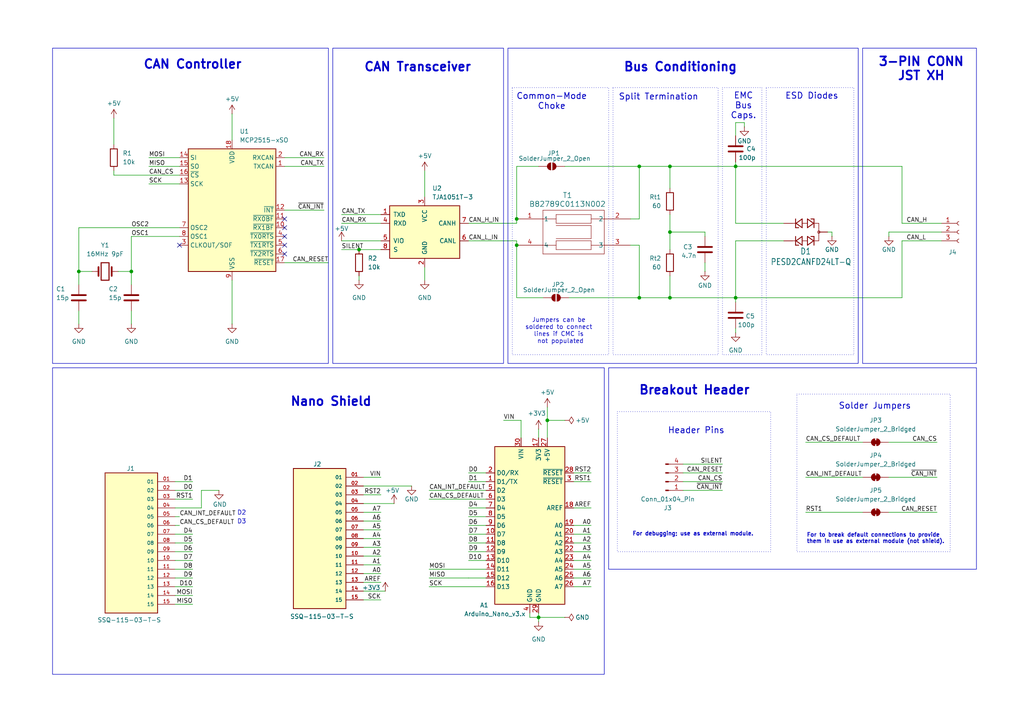
<source format=kicad_sch>
(kicad_sch (version 20250114) (generator "eeschema") (generator_version "9.0")
  (paper "A4")
  (lib_symbols
    (symbol "Connector:Conn_01x03_Socket" (pin_names (offset 1.016) (hide yes))
      (property "Reference" "J" (at 0 5.08 0))
      (property "Value" "Conn_01x03_Socket" (at 0 -5.08 0))
      (symbol "Conn_01x03_Socket_1_1"
        (polyline (pts (xy -1.27 2.54) (xy -0.508 2.54)) (stroke (width 0.1524)))
        (polyline (pts (xy -1.27 0) (xy -0.508 0)) (stroke (width 0.1524)))
        (polyline (pts (xy -1.27 -2.54) (xy -0.508 -2.54)) (stroke (width 0.1524)))
        (arc (start 0 2.032) (mid -0.5058 2.54) (end 0 3.048) (stroke (width 0.1524)))
        (arc (start 0 -0.508) (mid -0.5058 0) (end 0 0.508) (stroke (width 0.1524)))
        (arc (start 0 -3.048) (mid -0.5058 -2.54) (end 0 -2.032) (stroke (width 0.1524)))
        (pin passive line (at -5.08 2.54 0) (length 3.81) (name "Pin_1") (number "1"))
        (pin passive line (at -5.08 0 0) (length 3.81) (name "Pin_2") (number "2"))
        (pin passive line (at -5.08 -2.54 0) (length 3.81) (name "Pin_3") (number "3"))
      )
    )
    (symbol "Connector:Conn_01x04_Pin" (pin_names (offset 1.016) (hide yes))
      (property "Reference" "J" (at 0 5.08 0))
      (property "Value" "Conn_01x04_Pin" (at 0 -7.62 0))
      (symbol "Conn_01x04_Pin_1_1"
        (rectangle (start 0.8636 2.667) (end 0 2.413) (stroke (width 0.1524)) (fill (type outline)))
        (rectangle (start 0.8636 0.127) (end 0 -0.127) (stroke (width 0.1524)) (fill (type outline)))
        (rectangle (start 0.8636 -2.413) (end 0 -2.667) (stroke (width 0.1524)) (fill (type outline)))
        (rectangle (start 0.8636 -4.953) (end 0 -5.207) (stroke (width 0.1524)) (fill (type outline)))
        (polyline (pts (xy 1.27 2.54) (xy 0.8636 2.54)) (stroke (width 0.1524)))
        (polyline (pts (xy 1.27 0) (xy 0.8636 0)) (stroke (width 0.1524)))
        (polyline (pts (xy 1.27 -2.54) (xy 0.8636 -2.54)) (stroke (width 0.1524)))
        (polyline (pts (xy 1.27 -5.08) (xy 0.8636 -5.08)) (stroke (width 0.1524)))
        (pin passive line (at 5.08 2.54 180) (length 3.81) (name "Pin_1") (number "1"))
        (pin passive line (at 5.08 0 180) (length 3.81) (name "Pin_2") (number "2"))
        (pin passive line (at 5.08 -2.54 180) (length 3.81) (name "Pin_3") (number "3"))
        (pin passive line (at 5.08 -5.08 180) (length 3.81) (name "Pin_4") (number "4"))
      )
    )
    (symbol "Device:C" (pin_numbers (hide yes)) (pin_names (offset 0.254))
      (property "Reference" "C" (at 0.635 2.54 0))
      (property "Value" "C" (at 0.635 -2.54 0))
      (symbol "C_0_1"
        (polyline (pts (xy -2.032 0.762) (xy 2.032 0.762)) (stroke (width 0.508)))
        (polyline (pts (xy -2.032 -0.762) (xy 2.032 -0.762)) (stroke (width 0.508)))
      )
      (symbol "C_1_1"
        (pin passive line (at 0 3.81 270) (length 2.794) (name "~") (number "1"))
        (pin passive line (at 0 -3.81 90) (length 2.794) (name "~") (number "2"))
      )
    )
    (symbol "Device:Crystal" (pin_numbers (hide yes)) (pin_names (offset 1.016) (hide yes))
      (property "Reference" "Y" (at 0 3.81 0))
      (property "Value" "Crystal" (at 0 -3.81 0))
      (symbol "Crystal_0_1"
        (polyline (pts (xy -2.54 0) (xy -1.905 0)))
        (polyline (pts (xy -1.905 -1.27) (xy -1.905 1.27)) (stroke (width 0.508)))
        (rectangle (start -1.143 2.54) (end 1.143 -2.54) (stroke (width 0.3048)))
        (polyline (pts (xy 1.905 -1.27) (xy 1.905 1.27)) (stroke (width 0.508)))
        (polyline (pts (xy 2.54 0) (xy 1.905 0)))
      )
      (symbol "Crystal_1_1"
        (pin passive line (at -3.81 0 0) (length 1.27) (name "1") (number "1"))
        (pin passive line (at 3.81 0 180) (length 1.27) (name "2") (number "2"))
      )
    )
    (symbol "Device:R" (pin_numbers (hide yes)) (pin_names (offset 0))
      (property "Reference" "R" (at 2.032 0 90))
      (property "Value" "R" (at 0 0 90))
      (symbol "R_0_1"
        (rectangle (start -1.016 -2.54) (end 1.016 2.54) (stroke (width 0.254)))
      )
      (symbol "R_1_1"
        (pin passive line (at 0 3.81 270) (length 1.27) (name "~") (number "1"))
        (pin passive line (at 0 -3.81 90) (length 1.27) (name "~") (number "2"))
      )
    )
    (symbol "Interface_CAN_LIN:MCP2515-xSO"
      (property "Reference" "U" (at -10.16 19.685 0))
      (property "Value" "MCP2515-xSO" (at 19.05 20.32 0))
      (symbol "MCP2515-xSO_0_1"
        (rectangle (start -12.7 17.78) (end 12.7 -17.78) (stroke (width 0.254)) (fill (type background)))
      )
      (symbol "MCP2515-xSO_1_1"
        (pin input line (at -15.24 15.24 0) (length 2.54) (name "SI") (number "14"))
        (pin output line (at -15.24 12.7 0) (length 2.54) (name "SO") (number "15"))
        (pin input line (at -15.24 10.16 0) (length 2.54) (name "~{CS}") (number "16"))
        (pin input line (at -15.24 7.62 0) (length 2.54) (name "SCK") (number "13"))
        (pin output line (at -15.24 -5.08 0) (length 2.54) (name "OSC2") (number "7"))
        (pin input line (at -15.24 -7.62 0) (length 2.54) (name "OSC1") (number "8"))
        (pin output line (at -15.24 -10.16 0) (length 2.54) (name "CLKOUT/SOF") (number "3"))
        (pin power_in line (at 0 20.32 270) (length 2.54) (name "VDD") (number "18"))
        (pin power_in line (at 0 -20.32 90) (length 2.54) (name "VSS") (number "9"))
        (pin input line (at 15.24 15.24 180) (length 2.54) (name "RXCAN") (number "2"))
        (pin output line (at 15.24 12.7 180) (length 2.54) (name "TXCAN") (number "1"))
        (pin output line (at 15.24 0 180) (length 2.54) (name "~{INT}") (number "12"))
        (pin output line (at 15.24 -2.54 180) (length 2.54) (name "~{RX0BF}") (number "11"))
        (pin output line (at 15.24 -5.08 180) (length 2.54) (name "~{RX1BF}") (number "10"))
        (pin input line (at 15.24 -7.62 180) (length 2.54) (name "~{TX0RTS}") (number "4"))
        (pin input line (at 15.24 -10.16 180) (length 2.54) (name "~{TX1RTS}") (number "5"))
        (pin input line (at 15.24 -12.7 180) (length 2.54) (name "~{TX2RTS}") (number "6"))
        (pin input line (at 15.24 -15.24 180) (length 2.54) (name "~{RESET}") (number "17"))
      )
    )
    (symbol "Interface_CAN_LIN:TJA1051T-3" (pin_names (offset 1.016))
      (property "Reference" "U" (at -10.16 8.89 0))
      (property "Value" "TJA1051T-3" (at 1.27 8.89 0))
      (symbol "TJA1051T-3_0_1"
        (rectangle (start -10.16 7.62) (end 10.16 -7.62) (stroke (width 0.254)) (fill (type background)))
      )
      (symbol "TJA1051T-3_1_1"
        (pin input line (at -12.7 5.08 0) (length 2.54) (name "TXD") (number "1"))
        (pin output line (at -12.7 2.54 0) (length 2.54) (name "RXD") (number "4"))
        (pin power_in line (at -12.7 -2.54 0) (length 2.54) (name "VIO") (number "5"))
        (pin input line (at -12.7 -5.08 0) (length 2.54) (name "S") (number "8"))
        (pin power_in line (at 0 10.16 270) (length 2.54) (name "VCC") (number "3"))
        (pin power_in line (at 0 -10.16 90) (length 2.54) (name "GND") (number "2"))
        (pin bidirectional line (at 12.7 2.54 180) (length 2.54) (name "CANH") (number "7"))
        (pin bidirectional line (at 12.7 -2.54 180) (length 2.54) (name "CANL") (number "6"))
      )
    )
    (symbol "Jumper:SolderJumper_2_Bridged" (pin_numbers (hide yes)) (pin_names (offset 0) (hide yes)) (exclude_from_sim yes) (in_bom no)
      (property "Reference" "JP" (at 0 2.032 0))
      (property "Value" "SolderJumper_2_Bridged" (at 0 -2.54 0))
      (symbol "SolderJumper_2_Bridged_0_1"
        (rectangle (start -0.508 0.508) (end 0.508 -0.508) (fill (type outline)))
        (polyline (pts (xy -0.254 1.016) (xy -0.254 -1.016)))
        (arc (start -0.254 -1.016) (mid -1.2656 0) (end -0.254 1.016))
        (arc (start -0.254 -1.016) (mid -1.2656 0) (end -0.254 1.016) (fill (type outline)))
        (arc (start 0.254 1.016) (mid 1.2656 0) (end 0.254 -1.016))
        (arc (start 0.254 1.016) (mid 1.2656 0) (end 0.254 -1.016) (fill (type outline)))
        (polyline (pts (xy 0.254 1.016) (xy 0.254 -1.016)))
      )
      (symbol "SolderJumper_2_Bridged_1_1"
        (pin passive line (at -3.81 0 0) (length 2.54) (name "A") (number "1"))
        (pin passive line (at 3.81 0 180) (length 2.54) (name "B") (number "2"))
      )
    )
    (symbol "Jumper:SolderJumper_2_Open" (pin_numbers (hide yes)) (pin_names (offset 0) (hide yes)) (in_bom no)
      (property "Reference" "JP" (at 0 2.032 0))
      (property "Value" "SolderJumper_2_Open" (at 0 -2.54 0))
      (symbol "SolderJumper_2_Open_0_1"
        (polyline (pts (xy -0.254 1.016) (xy -0.254 -1.016)))
        (arc (start -0.254 -1.016) (mid -1.2656 0) (end -0.254 1.016))
        (arc (start -0.254 -1.016) (mid -1.2656 0) (end -0.254 1.016) (fill (type outline)))
        (arc (start 0.254 1.016) (mid 1.2656 0) (end 0.254 -1.016))
        (arc (start 0.254 1.016) (mid 1.2656 0) (end 0.254 -1.016) (fill (type outline)))
        (polyline (pts (xy 0.254 1.016) (xy 0.254 -1.016)))
      )
      (symbol "SolderJumper_2_Open_1_1"
        (pin passive line (at -3.81 0 0) (length 2.54) (name "A") (number "1"))
        (pin passive line (at 3.81 0 180) (length 2.54) (name "B") (number "2"))
      )
    )
    (symbol "MCU_Module:Arduino_Nano_v3.x"
      (property "Reference" "A" (at -10.16 23.495 0))
      (property "Value" "Arduino_Nano_v3.x" (at 5.08 -24.13 0))
      (symbol "Arduino_Nano_v3.x_0_1"
        (rectangle (start -10.16 22.86) (end 10.16 -22.86) (stroke (width 0.254)) (fill (type background)))
      )
      (symbol "Arduino_Nano_v3.x_1_1"
        (pin bidirectional line (at -12.7 15.24 0) (length 2.54) (name "D0/RX") (number "2"))
        (pin bidirectional line (at -12.7 12.7 0) (length 2.54) (name "D1/TX") (number "1"))
        (pin bidirectional line (at -12.7 10.16 0) (length 2.54) (name "D2") (number "5"))
        (pin bidirectional line (at -12.7 7.62 0) (length 2.54) (name "D3") (number "6"))
        (pin bidirectional line (at -12.7 5.08 0) (length 2.54) (name "D4") (number "7"))
        (pin bidirectional line (at -12.7 2.54 0) (length 2.54) (name "D5") (number "8"))
        (pin bidirectional line (at -12.7 0 0) (length 2.54) (name "D6") (number "9"))
        (pin bidirectional line (at -12.7 -2.54 0) (length 2.54) (name "D7") (number "10"))
        (pin bidirectional line (at -12.7 -5.08 0) (length 2.54) (name "D8") (number "11"))
        (pin bidirectional line (at -12.7 -7.62 0) (length 2.54) (name "D9") (number "12"))
        (pin bidirectional line (at -12.7 -10.16 0) (length 2.54) (name "D10") (number "13"))
        (pin bidirectional line (at -12.7 -12.7 0) (length 2.54) (name "D11") (number "14"))
        (pin bidirectional line (at -12.7 -15.24 0) (length 2.54) (name "D12") (number "15"))
        (pin bidirectional line (at -12.7 -17.78 0) (length 2.54) (name "D13") (number "16"))
        (pin power_in line (at -2.54 25.4 270) (length 2.54) (name "VIN") (number "30"))
        (pin power_in line (at 0 -25.4 90) (length 2.54) (name "GND") (number "4"))
        (pin power_out line (at 2.54 25.4 270) (length 2.54) (name "3V3") (number "17"))
        (pin power_in line (at 2.54 -25.4 90) (length 2.54) (name "GND") (number "29"))
        (pin power_out line (at 5.08 25.4 270) (length 2.54) (name "+5V") (number "27"))
        (pin input line (at 12.7 15.24 180) (length 2.54) (name "~{RESET}") (number "28"))
        (pin input line (at 12.7 12.7 180) (length 2.54) (name "~{RESET}") (number "3"))
        (pin input line (at 12.7 5.08 180) (length 2.54) (name "AREF") (number "18"))
        (pin bidirectional line (at 12.7 0 180) (length 2.54) (name "A0") (number "19"))
        (pin bidirectional line (at 12.7 -2.54 180) (length 2.54) (name "A1") (number "20"))
        (pin bidirectional line (at 12.7 -5.08 180) (length 2.54) (name "A2") (number "21"))
        (pin bidirectional line (at 12.7 -7.62 180) (length 2.54) (name "A3") (number "22"))
        (pin bidirectional line (at 12.7 -10.16 180) (length 2.54) (name "A4") (number "23"))
        (pin bidirectional line (at 12.7 -12.7 180) (length 2.54) (name "A5") (number "24"))
        (pin bidirectional line (at 12.7 -15.24 180) (length 2.54) (name "A6") (number "25"))
        (pin bidirectional line (at 12.7 -17.78 180) (length 2.54) (name "A7") (number "26"))
      )
    )
    (symbol "kml-custom:B82789C0113N002" (pin_names (offset 0.254))
      (property "Reference" "U" (at 20.32 7.62 0))
      (property "Value" "B82789C0113N002" (at 20.32 5.08 0))
      (symbol "B82789C0113N002_0_1"
        (polyline (pts (xy 11.43 2.54) (xy 11.43 -10.16)) (stroke (width 0.127)))
        (polyline (pts (xy 11.43 0) (xy 15.24 0)) (stroke (width 0.127)))
        (polyline (pts (xy 11.43 -7.62) (xy 15.24 -7.62)) (stroke (width 0.127)))
        (polyline (pts (xy 11.43 -10.16) (xy 29.21 -10.16)) (stroke (width 0.127)))
        (polyline (pts (xy 15.24 1.27) (xy 15.24 -1.27)) (stroke (width 0.127)))
        (polyline (pts (xy 15.24 -1.27) (xy 25.4 -1.27)) (stroke (width 0.127)))
        (polyline (pts (xy 15.24 -1.905) (xy 25.4 -1.905)) (stroke (width 0.127)))
        (polyline (pts (xy 15.24 -6.35) (xy 25.4 -6.35)) (stroke (width 0.127)))
        (polyline (pts (xy 15.24 -8.89) (xy 15.24 -6.35)) (stroke (width 0.127)))
        (polyline (pts (xy 25.4 1.27) (xy 15.24 1.27)) (stroke (width 0.127)))
        (polyline (pts (xy 25.4 -1.27) (xy 25.4 1.27)) (stroke (width 0.127)))
        (polyline (pts (xy 25.4 -1.905) (xy 25.4 -5.715)) (stroke (width 0.127)))
        (polyline (pts (xy 25.4 -5.715) (xy 15.24 -5.715)) (stroke (width 0.127)))
        (polyline (pts (xy 25.4 -6.35) (xy 25.4 -8.89)) (stroke (width 0.127)))
        (polyline (pts (xy 25.4 -8.89) (xy 15.24 -8.89)) (stroke (width 0.127)))
        (polyline (pts (xy 29.21 2.54) (xy 11.43 2.54)) (stroke (width 0.127)))
        (polyline (pts (xy 29.21 0) (xy 25.4 0)) (stroke (width 0.127)))
        (polyline (pts (xy 29.21 -7.62) (xy 25.4 -7.62)) (stroke (width 0.127)))
        (polyline (pts (xy 29.21 -10.16) (xy 29.21 2.54)) (stroke (width 0.127)))
        (pin unspecified line (at 3.81 0 0) (length 7.62) (name "1") (number "1"))
        (pin unspecified line (at 3.81 -7.62 0) (length 7.62) (name "4") (number "4"))
        (pin unspecified line (at 36.83 0 180) (length 7.62) (name "2") (number "2"))
        (pin unspecified line (at 36.83 -7.62 180) (length 7.62) (name "3") (number "3"))
      )
    )
    (symbol "kml-custom:PESD2CANFD24LT-Q"
      (property "Reference" "D1" (at -5.08 5.08 0))
      (property "Value" "PESD2CANFD24LT-Q" (at -5.08 -7.62 0))
      (symbol "PESD2CANFD24LT-Q_1_0"
        (polyline (pts (xy -4.191 1.27) (xy -4.191 3.81)) (stroke (width 0.254)))
        (polyline (pts (xy -4.191 1.27) (xy -3.302 1.27)) (stroke (width 0.254)))
        (polyline (pts (xy -4.191 -3.81) (xy -4.191 -1.27)) (stroke (width 0.254)))
        (polyline (pts (xy -4.191 -3.81) (xy -3.302 -3.81)) (stroke (width 0.254)))
        (polyline (pts (xy -4.1275 2.54) (xy -5.08 2.54)) (stroke (width 0.1524)))
        (polyline (pts (xy -4.1275 -2.54) (xy -5.08 -2.54)) (stroke (width 0.1524)))
        (polyline (pts (xy -4.064 2.54) (xy -2.286 1.27)) (stroke (width 0.254)))
        (polyline (pts (xy -4.064 -2.54) (xy -2.286 -3.81)) (stroke (width 0.254)))
        (polyline (pts (xy -2.286 3.81) (xy -4.064 2.54)) (stroke (width 0.254)))
        (polyline (pts (xy -2.286 1.27) (xy -2.286 3.81)) (stroke (width 0.254)))
        (polyline (pts (xy -2.286 -1.27) (xy -4.064 -2.54)) (stroke (width 0.254)))
        (polyline (pts (xy -2.286 -3.81) (xy -2.286 -1.27)) (stroke (width 0.254)))
        (polyline (pts (xy -2.2225 2.54) (xy -0.7937 2.54)) (stroke (width 0.1524)))
        (polyline (pts (xy -2.2225 -2.54) (xy -0.7937 -2.54)) (stroke (width 0.1524)))
        (polyline (pts (xy -0.762 3.81) (xy -0.762 1.27)) (stroke (width 0.254)))
        (polyline (pts (xy -0.762 1.27) (xy 1.016 2.54)) (stroke (width 0.254)))
        (polyline (pts (xy -0.762 -1.27) (xy -0.762 -3.81)) (stroke (width 0.254)))
        (polyline (pts (xy -0.762 -3.81) (xy 1.016 -2.54)) (stroke (width 0.254)))
        (polyline (pts (xy 1.016 2.54) (xy -0.762 3.81)) (stroke (width 0.254)))
        (polyline (pts (xy 1.016 -2.54) (xy -0.762 -1.27)) (stroke (width 0.254)))
        (polyline (pts (xy 1.143 3.81) (xy 0.254 3.81)) (stroke (width 0.254)))
        (polyline (pts (xy 1.143 3.81) (xy 1.143 1.27)) (stroke (width 0.254)))
        (polyline (pts (xy 1.143 -1.27) (xy 0.254 -1.27)) (stroke (width 0.254)))
        (polyline (pts (xy 1.143 -1.27) (xy 1.143 -3.81)) (stroke (width 0.254)))
        (polyline (pts (xy 2.54 2.54) (xy 1.27 2.54)) (stroke (width 0.1524)))
        (polyline (pts (xy 2.54 2.54) (xy 2.54 -2.54)) (stroke (width 0.1524)))
        (circle (center 2.54 0) (radius 0.3592))
        (polyline (pts (xy 2.54 -2.54) (xy 1.27 -2.54)) (stroke (width 0.1524)))
        (pin passive line (at -7.62 2.54 0) (length 2.54) (name "1") (number "1"))
        (pin passive line (at -7.62 -2.54 0) (length 2.54) (name "2") (number "2"))
        (pin passive line (at 5.08 0 180) (length 2.54) (name "3") (number "3"))
      )
    )
    (symbol "kml-custom:SSQ-115-03-T-S" (pin_names (offset 1.016))
      (property "Reference" "J" (at -8.12 20.32 0))
      (property "Value" "SSQ-115-03-T-S" (at -7.62 -22.86 0))
      (symbol "SSQ-115-03-T-S_0_0"
        (rectangle (start -7.62 -20.32) (end 7.62 20.32) (stroke (width 0.254)) (fill (type background)))
        (pin passive line (at -12.7 17.78 0) (length 5.08) (name "01") (number "01"))
        (pin passive line (at -12.7 15.24 0) (length 5.08) (name "02") (number "02"))
        (pin passive line (at -12.7 12.7 0) (length 5.08) (name "03") (number "03"))
        (pin passive line (at -12.7 10.16 0) (length 5.08) (name "04") (number "04"))
        (pin passive line (at -12.7 7.62 0) (length 5.08) (name "05") (number "05"))
        (pin passive line (at -12.7 5.08 0) (length 5.08) (name "06") (number "06"))
        (pin passive line (at -12.7 2.54 0) (length 5.08) (name "07") (number "07"))
        (pin passive line (at -12.7 0 0) (length 5.08) (name "08") (number "08"))
        (pin passive line (at -12.7 -2.54 0) (length 5.08) (name "09") (number "09"))
        (pin passive line (at -12.7 -5.08 0) (length 5.08) (name "10") (number "10"))
        (pin passive line (at -12.7 -7.62 0) (length 5.08) (name "11") (number "11"))
        (pin passive line (at -12.7 -10.16 0) (length 5.08) (name "12") (number "12"))
        (pin passive line (at -12.7 -12.7 0) (length 5.08) (name "13") (number "13"))
        (pin passive line (at -12.7 -15.24 0) (length 5.08) (name "14") (number "14"))
        (pin passive line (at -12.7 -17.78 0) (length 5.08) (name "15") (number "15"))
      )
    )
    (symbol "power:+3V3" (power) (pin_numbers (hide yes)) (pin_names (offset 0) (hide yes))
      (property "Value" "+3V3" (at 0 3.556 0))
      (symbol "+3V3_0_1"
        (polyline (pts (xy -0.762 1.27) (xy 0 2.54)))
        (polyline (pts (xy 0 2.54) (xy 0.762 1.27)))
        (polyline (pts (xy 0 0) (xy 0 2.54)))
      )
      (symbol "+3V3_1_1"
        (pin power_in line (at 0 0 90) (length 0) (name "~") (number "1"))
      )
    )
    (symbol "power:+5V" (power) (pin_numbers (hide yes)) (pin_names (offset 0) (hide yes))
      (property "Value" "+5V" (at 0 3.556 0))
      (symbol "+5V_0_1"
        (polyline (pts (xy -0.762 1.27) (xy 0 2.54)))
        (polyline (pts (xy 0 2.54) (xy 0.762 1.27)))
        (polyline (pts (xy 0 0) (xy 0 2.54)))
      )
      (symbol "+5V_1_1"
        (pin power_in line (at 0 0 90) (length 0) (name "~") (number "1"))
      )
    )
    (symbol "power:GND" (power) (pin_numbers (hide yes)) (pin_names (offset 0) (hide yes))
      (property "Value" "GND" (at 0 -3.81 0))
      (symbol "GND_0_1"
        (polyline (pts (xy 0 0) (xy 0 -1.27) (xy 1.27 -1.27) (xy 0 -2.54) (xy -1.27 -1.27) (xy 0 -1.27)))
      )
      (symbol "GND_1_1"
        (pin power_in line (at 0 0 270) (length 0) (name "~") (number "1"))
      )
    )
    (symbol "power:PWR_FLAG" (power) (pin_numbers (hide yes)) (pin_names (offset 0) (hide yes))
      (property "Value" "PWR_FLAG" (at 0 3.81 0))
      (symbol "PWR_FLAG_0_0"
        (pin power_out line (at 0 0 90) (length 0) (name "~") (number "1"))
      )
      (symbol "PWR_FLAG_0_1"
        (polyline (pts (xy 0 0) (xy 0 1.27) (xy -1.016 1.905) (xy 0 2.54) (xy 1.016 1.905) (xy 0 1.27)))
      )
    )
  )
  (rectangle (start 96.52 13.97) (end 146.05 105.41))
  (rectangle (start 176.53 106.68) (end 283.21 165.1))
  (rectangle (start 147.32 13.97) (end 248.92 105.41))
  (rectangle (start 177.8 25.4) (end 208.28 102.87) (stroke (width 0) (type dot)))
  (rectangle (start 250.19 13.97) (end 283.21 105.41))
  (rectangle (start 148.59 25.4) (end 176.53 102.87) (stroke (width 0) (type dot)))
  (rectangle (start 222.25 25.4) (end 247.65 102.87) (stroke (width 0) (type dot)))
  (rectangle (start 179.07 119.38) (end 223.52 160.02) (stroke (width 0) (type dot)))
  (rectangle (start 15.24 13.97) (end 95.25 105.41))
  (rectangle (start 15.24 106.68) (end 175.26 195.58))
  (rectangle (start 231.14 114.3) (end 275.59 160.02) (stroke (width 0) (type dot)))
  (rectangle (start 209.55 25.4) (end 220.98 102.87) (stroke (width 0) (type dot)))
  (text "Header Pins" (at 201.93 124.968 0) (effects (font (size 1.778 1.778) (thickness 0.2223))))
  (text "EMC\nBus\nCaps." (at 215.646 30.734 0) (effects (font (size 1.778 1.778) (thickness 0.2223))))
  (text "For debugging; use as external module." (at 183.388 154.94 0) (effects (font (size 1.143 1.143) (thickness 0.2223)) (justify left)))
  (text "Bus Conditioning" (at 197.358 19.558 0) (effects (font (size 2.54 2.54) (thickness 0.508) (bold yes))))
  (text "Breakout Header" (at 201.422 113.284 0) (effects (font (size 2.54 2.54) (thickness 0.508) (bold yes))))
  (text "Solder Jumpers" (at 253.746 117.856 0) (effects (font (size 1.778 1.778) (thickness 0.2223))))
  (text "CAN Controller" (at 55.88 18.796 0) (effects (font (size 2.54 2.54) (thickness 0.508) (bold yes))))
  (text "ESD Diodes" (at 235.458 27.94 0) (effects (font (size 1.778 1.778) (thickness 0.2223))))
  (text "For to break default connections to provide\nthem in use as external module (not shield)." (at 233.934 156.21 0) (effects (font (size 1.143 1.143) (thickness 0.2223)) (justify left)))
  (text "D3" (at 70.104 151.384 0) (effects (font (size 1.27 1.27))))
  (text "Split Termination" (at 191.008 28.194 0) (effects (font (size 1.778 1.778) (thickness 0.2223))))
  (text "CAN Transceiver" (at 121.158 19.558 0) (effects (font (size 2.54 2.54) (thickness 0.508) (bold yes))))
  (text "3-PIN CONN\nJST XH" (at 267.208 20.066 0) (effects (font (size 2.54 2.54) (thickness 0.508) (bold yes))))
  (text "D2" (at 70.104 148.844 0) (effects (font (size 1.27 1.27))))
  (text "Jumpers can be \nsoldered to connect \nlines if CMC is \nnot populated" (at 162.56 96.012 0) (effects (font (size 1.27 1.27))))
  (text "Common-Mode\nChoke" (at 160.02 29.464 0) (effects (font (size 1.778 1.778) (thickness 0.2223))))
  (text "Nano Shield" (at 96.012 116.586 0) (effects (font (size 2.54 2.54) (thickness 0.508) (bold yes))))
  (junction (at 185.42 86.36))
  (junction (at 194.31 48.26))
  (junction (at 158.75 121.92))
  (junction (at 213.36 48.26))
  (junction (at 149.86 63.5))
  (junction (at 104.14 72.39))
  (junction (at 156.21 179.07))
  (junction (at 22.86 78.74))
  (junction (at 194.31 86.36))
  (junction (at 185.42 48.26))
  (junction (at 149.86 71.12))
  (junction (at 213.36 86.36))
  (junction (at 38.1 78.74))
  (junction (at 194.31 67.31))
  (no_connect (at 82.55 71.12))
  (no_connect (at 82.55 66.04))
  (no_connect (at 82.55 73.66))
  (no_connect (at 82.55 68.58))
  (no_connect (at 82.55 63.5))
  (no_connect (at 52.07 71.12))
  (wire (pts (xy 105.41 143.51) (xy 110.49 143.51)))
  (wire (pts (xy 43.18 45.72) (xy 52.07 45.72)))
  (wire (pts (xy 22.86 90.17) (xy 22.86 93.98)))
  (wire (pts (xy 104.14 72.39) (xy 110.49 72.39)))
  (wire (pts (xy 171.45 167.64) (xy 166.37 167.64)))
  (wire (pts (xy 194.31 67.31) (xy 194.31 72.39)))
  (wire (pts (xy 241.3 68.58) (xy 241.3 67.31)))
  (wire (pts (xy 213.36 48.26) (xy 213.36 46.99)))
  (wire (pts (xy 43.18 48.26) (xy 52.07 48.26)))
  (wire (pts (xy 257.81 67.31) (xy 273.05 67.31)))
  (wire (pts (xy 52.07 149.86) (xy 50.8 149.86)))
  (wire (pts (xy 213.36 69.85) (xy 227.33 69.85)))
  (wire (pts (xy 99.06 62.23) (xy 110.49 62.23)))
  (wire (pts (xy 149.86 48.26) (xy 149.86 63.5)))
  (wire (pts (xy 38.1 82.55) (xy 38.1 78.74)))
  (wire (pts (xy 38.1 90.17) (xy 38.1 93.98)))
  (wire (pts (xy 33.02 50.8) (xy 52.07 50.8)))
  (wire (pts (xy 171.45 147.32) (xy 166.37 147.32)))
  (wire (pts (xy 171.45 165.1) (xy 166.37 165.1)))
  (wire (pts (xy 171.45 154.94) (xy 166.37 154.94)))
  (wire (pts (xy 135.89 157.48) (xy 140.97 157.48)))
  (wire (pts (xy 185.42 63.5) (xy 182.88 63.5)))
  (wire (pts (xy 55.88 170.18) (xy 50.8 170.18)))
  (wire (pts (xy 124.46 165.1) (xy 135.89 165.1)) (stroke (width 0.1524)))
  (wire (pts (xy 105.41 146.05) (xy 114.3 146.05)))
  (wire (pts (xy 204.47 67.31) (xy 204.47 68.58)))
  (wire (pts (xy 153.67 179.07) (xy 153.67 177.8)))
  (wire (pts (xy 185.42 71.12) (xy 185.42 86.36)))
  (wire (pts (xy 250.19 138.43) (xy 233.68 138.43)) (stroke (width 0.1524)))
  (wire (pts (xy 156.21 124.46) (xy 156.21 127)))
  (wire (pts (xy 124.46 167.64) (xy 135.89 167.64)) (stroke (width 0.1524)))
  (wire (pts (xy 55.88 157.48) (xy 50.8 157.48)))
  (wire (pts (xy 257.81 138.43) (xy 271.78 138.43)) (stroke (width 0.1524)))
  (wire (pts (xy 22.86 78.74) (xy 22.86 82.55)) (stroke (width 0.1524)))
  (wire (pts (xy 215.9 35.56) (xy 215.9 36.83)))
  (wire (pts (xy 171.45 170.18) (xy 166.37 170.18)))
  (wire (pts (xy 261.62 69.85) (xy 261.62 86.36)))
  (wire (pts (xy 194.31 80.01) (xy 194.31 86.36)))
  (wire (pts (xy 194.31 67.31) (xy 204.47 67.31)))
  (wire (pts (xy 149.86 63.5) (xy 149.86 64.77)))
  (wire (pts (xy 171.45 157.48) (xy 166.37 157.48)))
  (wire (pts (xy 215.9 35.56) (xy 213.36 35.56)))
  (wire (pts (xy 213.36 95.25) (xy 213.36 96.52)))
  (wire (pts (xy 55.88 142.24) (xy 50.8 142.24)))
  (wire (pts (xy 209.55 134.62) (xy 198.12 134.62)))
  (wire (pts (xy 110.49 161.29) (xy 105.41 161.29)))
  (wire (pts (xy 261.62 64.77) (xy 273.05 64.77)))
  (wire (pts (xy 204.47 76.2) (xy 204.47 78.74)))
  (wire (pts (xy 124.46 144.78) (xy 140.97 144.78)))
  (wire (pts (xy 22.86 66.04) (xy 52.07 66.04)) (stroke (width 0.1524)))
  (wire (pts (xy 185.42 86.36) (xy 194.31 86.36)))
  (wire (pts (xy 104.14 81.28) (xy 104.14 80.01)))
  (wire (pts (xy 185.42 71.12) (xy 182.88 71.12)))
  (wire (pts (xy 58.42 142.24) (xy 58.42 147.32)))
  (wire (pts (xy 163.83 179.07) (xy 156.21 179.07)))
  (wire (pts (xy 110.49 151.13) (xy 105.41 151.13)))
  (wire (pts (xy 135.89 170.18) (xy 140.97 170.18)))
  (wire (pts (xy 250.19 148.59) (xy 233.68 148.59)) (stroke (width 0.1524)))
  (wire (pts (xy 257.81 128.27) (xy 271.78 128.27)) (stroke (width 0.1524)))
  (wire (pts (xy 194.31 62.23) (xy 194.31 67.31)))
  (wire (pts (xy 135.89 160.02) (xy 140.97 160.02)))
  (wire (pts (xy 163.83 48.26) (xy 185.42 48.26)))
  (wire (pts (xy 135.89 165.1) (xy 140.97 165.1)))
  (wire (pts (xy 55.88 154.94) (xy 50.8 154.94)))
  (wire (pts (xy 194.31 86.36) (xy 213.36 86.36)))
  (wire (pts (xy 110.49 158.75) (xy 105.41 158.75)))
  (wire (pts (xy 67.31 33.02) (xy 67.31 40.64)))
  (wire (pts (xy 110.49 148.59) (xy 105.41 148.59)))
  (wire (pts (xy 185.42 48.26) (xy 185.42 63.5)))
  (wire (pts (xy 124.46 170.18) (xy 135.89 170.18)) (stroke (width 0.1524)))
  (wire (pts (xy 135.89 154.94) (xy 140.97 154.94)))
  (wire (pts (xy 95.25 76.2) (xy 82.55 76.2)))
  (wire (pts (xy 135.89 64.77) (xy 149.86 64.77)))
  (wire (pts (xy 213.36 64.77) (xy 227.33 64.77)))
  (wire (pts (xy 123.19 77.47) (xy 123.19 81.28)))
  (wire (pts (xy 33.02 34.29) (xy 33.02 41.91)))
  (wire (pts (xy 99.06 72.39) (xy 104.14 72.39)))
  (wire (pts (xy 158.75 121.92) (xy 158.75 127)))
  (wire (pts (xy 99.06 64.77) (xy 110.49 64.77)))
  (wire (pts (xy 124.46 142.24) (xy 140.97 142.24)))
  (wire (pts (xy 105.41 171.45) (xy 111.76 171.45)))
  (wire (pts (xy 55.88 162.56) (xy 50.8 162.56)))
  (wire (pts (xy 38.1 78.74) (xy 34.29 78.74)))
  (wire (pts (xy 38.1 68.58) (xy 38.1 78.74)) (stroke (width 0.1524)))
  (wire (pts (xy 156.21 180.34) (xy 156.21 179.07)))
  (wire (pts (xy 135.89 69.85) (xy 149.86 69.85)))
  (wire (pts (xy 250.19 128.27) (xy 233.68 128.27)) (stroke (width 0.1524)))
  (wire (pts (xy 63.5 142.24) (xy 58.42 142.24)))
  (wire (pts (xy 149.86 69.85) (xy 149.86 71.12)))
  (wire (pts (xy 171.45 139.7) (xy 166.37 139.7)))
  (wire (pts (xy 213.36 48.26) (xy 261.62 48.26)))
  (wire (pts (xy 82.55 45.72) (xy 93.98 45.72)))
  (wire (pts (xy 257.81 148.59) (xy 271.78 148.59)) (stroke (width 0.1524)))
  (wire (pts (xy 151.13 121.92) (xy 146.05 121.92)))
  (wire (pts (xy 149.86 71.12) (xy 149.86 86.36)))
  (wire (pts (xy 149.86 86.36) (xy 157.48 86.36)))
  (wire (pts (xy 149.86 48.26) (xy 156.21 48.26)))
  (wire (pts (xy 153.67 179.07) (xy 156.21 179.07)))
  (wire (pts (xy 105.41 138.43) (xy 110.49 138.43)))
  (wire (pts (xy 43.18 53.34) (xy 52.07 53.34)))
  (wire (pts (xy 135.89 137.16) (xy 140.97 137.16)))
  (wire (pts (xy 105.41 173.99) (xy 110.49 173.99)))
  (wire (pts (xy 158.75 118.11) (xy 158.75 121.92)))
  (wire (pts (xy 82.55 48.26) (xy 93.98 48.26)))
  (wire (pts (xy 93.98 60.96) (xy 82.55 60.96)))
  (wire (pts (xy 55.88 167.64) (xy 50.8 167.64)))
  (wire (pts (xy 135.89 152.4) (xy 140.97 152.4)))
  (wire (pts (xy 33.02 49.53) (xy 33.02 50.8)))
  (wire (pts (xy 209.55 139.7) (xy 198.12 139.7)))
  (wire (pts (xy 135.89 147.32) (xy 140.97 147.32)))
  (wire (pts (xy 213.36 86.36) (xy 261.62 86.36)))
  (wire (pts (xy 55.88 160.02) (xy 50.8 160.02)))
  (wire (pts (xy 110.49 166.37) (xy 105.41 166.37)))
  (wire (pts (xy 209.55 142.24) (xy 198.12 142.24)))
  (wire (pts (xy 261.62 64.77) (xy 261.62 48.26)))
  (wire (pts (xy 50.8 152.4) (xy 52.07 152.4)))
  (wire (pts (xy 110.49 163.83) (xy 105.41 163.83)))
  (wire (pts (xy 171.45 137.16) (xy 166.37 137.16)))
  (wire (pts (xy 194.31 48.26) (xy 194.31 54.61)))
  (wire (pts (xy 135.89 167.64) (xy 140.97 167.64)))
  (wire (pts (xy 135.89 162.56) (xy 140.97 162.56)))
  (wire (pts (xy 58.42 147.32) (xy 50.8 147.32)))
  (wire (pts (xy 105.41 140.97) (xy 119.38 140.97)))
  (wire (pts (xy 99.06 69.85) (xy 110.49 69.85)))
  (wire (pts (xy 213.36 86.36) (xy 213.36 87.63)))
  (wire (pts (xy 110.49 153.67) (xy 105.41 153.67)))
  (wire (pts (xy 67.31 93.98) (xy 67.31 81.28)))
  (wire (pts (xy 123.19 49.53) (xy 123.19 57.15)))
  (wire (pts (xy 110.49 156.21) (xy 105.41 156.21)))
  (wire (pts (xy 55.88 172.72) (xy 50.8 172.72)))
  (wire (pts (xy 171.45 152.4) (xy 166.37 152.4)))
  (wire (pts (xy 209.55 137.16) (xy 198.12 137.16)))
  (wire (pts (xy 213.36 48.26) (xy 213.36 64.77)))
  (wire (pts (xy 55.88 175.26) (xy 50.8 175.26)))
  (wire (pts (xy 22.86 78.74) (xy 26.67 78.74)) (stroke (width 0.1524)))
  (wire (pts (xy 171.45 162.56) (xy 166.37 162.56)))
  (wire (pts (xy 38.1 68.58) (xy 52.07 68.58)) (stroke (width 0.1524)))
  (wire (pts (xy 257.81 68.58) (xy 257.81 67.31)))
  (wire (pts (xy 135.89 149.86) (xy 140.97 149.86)))
  (wire (pts (xy 261.62 69.85) (xy 273.05 69.85)))
  (wire (pts (xy 156.21 177.8) (xy 156.21 179.07)))
  (wire (pts (xy 213.36 69.85) (xy 213.36 86.36)))
  (wire (pts (xy 105.41 168.91) (xy 110.49 168.91)))
  (wire (pts (xy 135.89 139.7) (xy 140.97 139.7)))
  (wire (pts (xy 163.83 121.92) (xy 158.75 121.92)))
  (wire (pts (xy 194.31 48.26) (xy 213.36 48.26)))
  (wire (pts (xy 165.1 86.36) (xy 185.42 86.36)))
  (wire (pts (xy 151.13 121.92) (xy 151.13 127)))
  (wire (pts (xy 55.88 139.7) (xy 50.8 139.7)))
  (wire (pts (xy 213.36 35.56) (xy 213.36 39.37)))
  (wire (pts (xy 185.42 48.26) (xy 194.31 48.26)))
  (wire (pts (xy 55.88 144.78) (xy 50.8 144.78)))
  (wire (pts (xy 22.86 66.04) (xy 22.86 78.74)) (stroke (width 0.1524)))
  (wire (pts (xy 171.45 160.02) (xy 166.37 160.02)))
  (wire (pts (xy 241.3 67.31) (xy 240.03 67.31)))
  (wire (pts (xy 55.88 165.1) (xy 50.8 165.1)))
  (label "RST1" (at 171.45 139.7 180))
  (label "A0" (at 171.45 152.4 180))
  (label "A1" (at 110.49 163.83 180))
  (label "A3" (at 171.45 160.02 180))
  (label "A5" (at 110.49 153.67 180))
  (label "RST2" (at 171.45 137.16 180))
  (label "CAN_INT_DEFAULT" (at 233.68 138.43 0) (effects (font (size 1.2446 1.2446))))
  (label "CAN_RX" (at 93.98 45.72 180) (effects (font (size 1.2446 1.2446))))
  (label "A6" (at 171.45 167.64 180))
  (label "CAN_CS_DEFAULT" (at 124.46 144.78 0) (effects (font (size 1.2446 1.2446))))
  (label "CAN_TX" (at 93.98 48.26 180) (effects (font (size 1.2446 1.2446))))
  (label "A0" (at 110.49 166.37 180))
  (label "D1" (at 55.88 139.7 180))
  (label "~{CAN_INT}" (at 93.98 60.96 180) (effects (font (size 1.2446 1.2446))))
  (label "CAN_TX" (at 99.06 62.23 0) (effects (font (size 1.2446 1.2446))))
  (label "A6" (at 110.49 151.13 180))
  (label "CAN_CS" (at 209.55 139.7 180) (effects (font (size 1.2446 1.2446))))
  (label "VIN" (at 146.05 121.92 0))
  (label "CAN_INT_DEFAULT" (at 124.46 142.24 0) (effects (font (size 1.2446 1.2446))))
  (label "SCK" (at 43.18 53.34 0) (effects (font (size 1.2446 1.2446))))
  (label "A3" (at 110.49 158.75 180))
  (label "AREF" (at 171.45 147.32 180))
  (label "D6" (at 55.88 160.02 180))
  (label "D10" (at 135.89 162.56 0))
  (label "OSC1" (at 38.1 68.58 0) (effects (font (size 1.2446 1.2446))))
  (label "A7" (at 171.45 170.18 180))
  (label "A4" (at 171.45 162.56 180))
  (label "D0" (at 135.89 137.16 0))
  (label "CAN_RESET" (at 95.25 76.2 180) (effects (font (size 1.2446 1.2446))))
  (label "SCK" (at 124.46 170.18 0) (effects (font (size 1.2446 1.2446))))
  (label "D7" (at 135.89 154.94 0))
  (label "CAN_H" (at 262.89 64.77 0) (effects (font (size 1.2446 1.2446))))
  (label "MISO" (at 43.18 48.26 0) (effects (font (size 1.2446 1.2446))))
  (label "A1" (at 171.45 154.94 180))
  (label "CAN_L_IN" (at 135.89 69.85 0) (effects (font (size 1.2446 1.2446))))
  (label "D5" (at 55.88 157.48 180))
  (label "CAN_CS" (at 271.78 128.27 180) (effects (font (size 1.2446 1.2446))))
  (label "D10" (at 55.88 170.18 180))
  (label "MOSI" (at 55.88 172.72 180) (effects (font (size 1.2446 1.2446))))
  (label "A2" (at 171.45 157.48 180))
  (label "A2" (at 110.49 161.29 180))
  (label "SILENT" (at 99.06 72.39 0) (effects (font (size 1.2446 1.2446))))
  (label "CAN_H_IN" (at 135.89 64.77 0) (effects (font (size 1.2446 1.2446))))
  (label "D4" (at 135.89 147.32 0))
  (label "D0" (at 55.88 142.24 180))
  (label "D8" (at 135.89 157.48 0))
  (label "~{CAN_INT}" (at 271.78 138.43 180) (effects (font (size 1.2446 1.2446))))
  (label "D9" (at 55.88 167.64 180))
  (label "CAN_L" (at 262.89 69.85 0) (effects (font (size 1.2446 1.2446))))
  (label "D8" (at 55.88 165.1 180))
  (label "OSC2" (at 38.1 66.04 0) (effects (font (size 1.2446 1.2446))))
  (label "D4" (at 55.88 154.94 180))
  (label "SILENT" (at 209.55 134.62 180) (effects (font (size 1.2446 1.2446))))
  (label "SCK" (at 110.49 173.99 180) (effects (font (size 1.2446 1.2446))))
  (label "D6" (at 135.89 152.4 0))
  (label "MOSI" (at 43.18 45.72 0) (effects (font (size 1.2446 1.2446))))
  (label "A5" (at 171.45 165.1 180))
  (label "AREF" (at 110.49 168.91 180))
  (label "MOSI" (at 124.46 165.1 0) (effects (font (size 1.2446 1.2446))))
  (label "RST2" (at 110.49 143.51 180))
  (label "D9" (at 135.89 160.02 0))
  (label "MISO" (at 124.46 167.64 0) (effects (font (size 1.2446 1.2446))))
  (label "CAN_RESET" (at 209.55 137.16 180) (effects (font (size 1.2446 1.2446))))
  (label "D1" (at 135.89 139.7 0))
  (label "MISO" (at 55.88 175.26 180) (effects (font (size 1.2446 1.2446))))
  (label "A4" (at 110.49 156.21 180))
  (label "RST1" (at 55.88 144.78 180))
  (label "CAN_CS" (at 43.18 50.8 0) (effects (font (size 1.2446 1.2446))))
  (label "RST1" (at 233.68 148.59 0))
  (label "D5" (at 135.89 149.86 0))
  (label "A7" (at 110.49 148.59 180))
  (label "CAN_CS_DEFAULT" (at 233.68 128.27 0) (effects (font (size 1.2446 1.2446))))
  (label "D7" (at 55.88 162.56 180))
  (label "~{CAN_INT}" (at 209.55 142.24 180) (effects (font (size 1.2446 1.2446))))
  (label "VIN" (at 110.49 138.43 180))
  (label "CAN_RESET" (at 271.78 148.59 180) (effects (font (size 1.2446 1.2446))))
  (label "CAN_INT_DEFAULT" (at 52.07 149.86 0) (effects (font (size 1.2446 1.2446))))
  (label "CAN_RX" (at 99.06 64.77 0) (effects (font (size 1.2446 1.2446))))
  (label "CAN_CS_DEFAULT" (at 52.07 152.4 0) (effects (font (size 1.2446 1.2446))))
  (symbol (lib_id "Interface_CAN_LIN:TJA1051T-3") (at 123.19 67.31 0) (unit 1)
    (property "Reference" "U2" (at 125.3841 54.61 0) (effects (justify left)))
    (property "Value" "TJA1051T-3" (at 125.3841 57.15 0) (effects (justify left)))
    (property "Footprint" "Package_SO:SOIC-8_3.9x4.9mm_P1.27mm" (effects (hide yes)))
    (property "Datasheet" "http://www.nxp.com/docs/en/data-sheet/TJA1051.pdf" (effects (hide yes)))
    (property "Description" "High-Speed CAN Transceiver, separate VIO, silent mode, SOIC-8" (effects (hide yes)))
  )
  (symbol (lib_id "Jumper:SolderJumper_2_Bridged") (at 254 148.59 0) (unit 1) (exclude_from_sim yes) (in_bom no)
    (property "Reference" "JP5" (at 254 142.24 0))
    (property "Value" "SolderJumper_2_Bridged" (at 254 144.78 0))
    (property "Footprint" "Jumper:SolderJumper-2_P1.3mm_Bridged_RoundedPad1.0x1.5mm" (effects (hide yes)))
    (property "Description" "Solder Jumper, 2-pole, closed/bridged" (effects (hide yes)))
  )
  (symbol (lib_id "Connector:Conn_01x03_Socket") (at 278.13 67.31 0) (unit 1)
    (property "Reference" "J4" (at 275.082 73.152 0) (effects (justify left)))
    (property "Value" "Conn_01x03_Socket" (effects (hide yes)))
    (property "Footprint" "Connector_JST:JST_XH_S3B-XH-A-1_1x03_P2.50mm_Horizontal" (effects (hide yes)))
    (property "Description" "Generic connector, single row, 01x03, script generated" (effects (hide yes)))
  )
  (symbol (lib_id "power:+5V") (at 33.02 34.29 0) (unit 1)
    (property "Reference" "#PWR02" (effects (hide yes)))
    (property "Value" "+5V" (at 33.02 29.972 0))
    (property "Description" "Power symbol creates a global label with name \"+5V\"" (effects (hide yes)))
  )
  (symbol (lib_id "power:+5V") (at 99.06 69.85 0) (unit 1)
    (property "Reference" "#PWR07" (effects (hide yes)))
    (property "Value" "+5V" (at 99.06 66.294 0))
    (property "Description" "Power symbol creates a global label with name \"+5V\"" (effects (hide yes)))
  )
  (symbol (lib_id "Jumper:SolderJumper_2_Open") (at 161.29 86.36 0) (unit 1) (in_bom no)
    (property "Reference" "JP2" (at 160.02 82.55 0) (effects (justify left)))
    (property "Value" "SolderJumper_2_Open" (at 151.638 84.074 0) (effects (justify left)))
    (property "Footprint" "Jumper:SolderJumper-2_P1.3mm_Open_RoundedPad1.0x1.5mm" (effects (hide yes)))
    (property "Description" "Solder Jumper, 2-pole, open" (effects (hide yes)))
  )
  (symbol (lib_id "power:GND") (at 67.31 93.98 0) (unit 1)
    (property "Reference" "#PWR06" (effects (hide yes)))
    (property "Value" "GND" (at 67.31 99.06 0))
    (property "Description" "Power symbol creates a global label with name \"GND\" , ground" (effects (hide yes)))
  )
  (symbol (lib_id "power:GND") (at 156.21 180.34 0) (unit 1)
    (property "Reference" "#PWR015" (effects (hide yes)))
    (property "Value" "GND" (at 156.21 185.42 0))
    (property "Description" "Power symbol creates a global label with name \"GND\" , ground" (effects (hide yes)))
  )
  (symbol (lib_id "power:PWR_FLAG") (at 163.83 121.92 270) (unit 1)
    (property "Reference" "#FLG01" (effects (hide yes)))
    (property "Value" "+5V" (at 166.878 121.92 90) (effects (justify left)))
    (property "Description" "Special symbol for telling ERC where power comes from" (effects (hide yes)))
  )
  (symbol (lib_id "Device:R") (at 194.31 58.42 0) (mirror y) (unit 1)
    (property "Reference" "Rt1" (at 191.77 57.1499 0) (effects (justify left)))
    (property "Value" "60" (at 191.77 59.6899 0) (effects (justify left)))
    (property "Footprint" "Resistor_SMD:R_0805_2012Metric_Pad1.20x1.40mm_HandSolder" (effects (hide yes)))
    (property "Description" "Resistor" (effects (hide yes)))
  )
  (symbol (lib_id "power:GND") (at 104.14 81.28 0) (unit 1)
    (property "Reference" "#PWR08" (effects (hide yes)))
    (property "Value" "GND" (at 104.14 86.36 0))
    (property "Description" "Power symbol creates a global label with name \"GND\" , ground" (effects (hide yes)))
  )
  (symbol (lib_id "power:GND") (at 63.5 142.24 0) (mirror y) (unit 1)
    (property "Reference" "#PWR04" (effects (hide yes)))
    (property "Value" "GND" (at 63.754 146.304 0))
    (property "Description" "Power symbol creates a global label with name \"GND\" , ground" (effects (hide yes)))
  )
  (symbol (lib_id "power:+5V") (at 67.31 33.02 0) (unit 1)
    (property "Reference" "#PWR05" (effects (hide yes)))
    (property "Value" "+5V" (at 67.31 28.702 0))
    (property "Description" "Power symbol creates a global label with name \"+5V\"" (effects (hide yes)))
  )
  (symbol (lib_id "power:GND") (at 123.19 81.28 0) (unit 1)
    (property "Reference" "#PWR013" (effects (hide yes)))
    (property "Value" "GND" (at 123.19 86.36 0))
    (property "Description" "Power symbol creates a global label with name \"GND\" , ground" (effects (hide yes)))
  )
  (symbol (lib_id "kml-custom:SSQ-115-03-T-S") (at 38.1 157.48 0) (mirror y) (unit 1)
    (property "Reference" "J1" (at 39.116 135.89 0) (effects (justify left)))
    (property "Value" "SSQ-115-03-T-S" (at 46.736 179.832 0) (effects (justify left)))
    (property "Footprint" "kml-custom:SAMTEC_SSQ-115-03-T-S" (effects (hide yes)))
    (property "PARTREV" "R" (effects (hide yes)))
    (property "STANDARD" "Manufacturer Recommendations" (effects (hide yes)))
    (property "MANUFACTURER" "Samtec" (effects (hide yes)))
  )
  (symbol (lib_id "Device:R") (at 194.31 76.2 0) (mirror y) (unit 1)
    (property "Reference" "Rt2" (at 191.77 74.9299 0) (effects (justify left)))
    (property "Value" "60" (at 191.77 77.4699 0) (effects (justify left)))
    (property "Footprint" "Resistor_SMD:R_0805_2012Metric_Pad1.20x1.40mm_HandSolder" (effects (hide yes)))
    (property "Description" "Resistor" (effects (hide yes)))
  )
  (symbol (lib_id "Device:C") (at 38.1 86.36 0) (unit 1)
    (property "Reference" "C2" (at 31.496 83.82 0) (effects (justify left)))
    (property "Value" "15p" (at 31.496 86.36 0) (effects (justify left)))
    (property "Footprint" "Capacitor_SMD:C_0805_2012Metric_Pad1.18x1.45mm_HandSolder" (effects (hide yes)))
    (property "Description" "Unpolarized capacitor" (effects (hide yes)))
  )
  (symbol (lib_id "power:GND") (at 119.38 140.97 0) (mirror y) (unit 1)
    (property "Reference" "#PWR011" (effects (hide yes)))
    (property "Value" "GND" (at 119.38 144.78 0))
    (property "Description" "Power symbol creates a global label with name \"GND\" , ground" (effects (hide yes)))
  )
  (symbol (lib_id "power:GND") (at 38.1 93.98 0) (unit 1)
    (property "Reference" "#PWR03" (effects (hide yes)))
    (property "Value" "GND" (at 38.1 99.06 0))
    (property "Description" "Power symbol creates a global label with name \"GND\" , ground" (effects (hide yes)))
  )
  (symbol (lib_id "power:GND") (at 22.86 93.98 0) (unit 1)
    (property "Reference" "#PWR01" (effects (hide yes)))
    (property "Value" "GND" (at 22.86 99.06 0))
    (property "Description" "Power symbol creates a global label with name \"GND\" , ground" (effects (hide yes)))
  )
  (symbol (lib_id "power:GND") (at 204.47 78.74 0) (unit 1)
    (property "Reference" "#PWR017" (effects (hide yes)))
    (property "Value" "GND" (at 204.47 82.804 0))
    (property "Description" "Power symbol creates a global label with name \"GND\" , ground" (effects (hide yes)))
  )
  (symbol (lib_id "MCU_Module:Arduino_Nano_v3.x") (at 153.67 152.4 0) (unit 1) (on_board no)
    (property "Reference" "A1" (at 139.192 175.514 0) (effects (justify left)))
    (property "Value" "Arduino_Nano_v3.x" (at 134.62 178.054 0) (effects (justify left)))
    (property "Footprint" "Module:Arduino_Nano" (effects (hide yes)))
    (property "Datasheet" "http://www.mouser.com/pdfdocs/Gravitech_Arduino_Nano3_0.pdf" (effects (hide yes)))
    (property "Description" "Arduino Nano v3.x" (effects (hide yes)))
  )
  (symbol (lib_id "power:GND") (at 241.3 68.58 0) (mirror y) (unit 1)
    (property "Reference" "#PWR020" (effects (hide yes)))
    (property "Value" "GND" (at 241.3 72.39 0))
    (property "Description" "Power symbol creates a global label with name \"GND\" , ground" (effects (hide yes)))
  )
  (symbol (lib_id "power:GND") (at 213.36 96.52 0) (unit 1)
    (property "Reference" "#PWR018" (effects (hide yes)))
    (property "Value" "GND" (at 213.36 101.6 0))
    (property "Description" "Power symbol creates a global label with name \"GND\" , ground" (effects (hide yes)))
  )
  (symbol (lib_id "Jumper:SolderJumper_2_Bridged") (at 254 138.43 0) (unit 1) (exclude_from_sim yes) (in_bom no)
    (property "Reference" "JP4" (at 254 132.08 0))
    (property "Value" "SolderJumper_2_Bridged" (at 254 134.62 0))
    (property "Footprint" "Jumper:SolderJumper-2_P1.3mm_Bridged_RoundedPad1.0x1.5mm" (effects (hide yes)))
    (property "Description" "Solder Jumper, 2-pole, closed/bridged" (effects (hide yes)))
  )
  (symbol (lib_id "power:PWR_FLAG") (at 163.83 179.07 270) (unit 1)
    (property "Reference" "#FLG02" (effects (hide yes)))
    (property "Value" "GND" (at 166.878 179.07 90) (effects (justify left)))
    (property "Description" "Special symbol for telling ERC where power comes from" (effects (hide yes)))
  )
  (symbol (lib_id "power:+5V") (at 114.3 146.05 0) (unit 1)
    (property "Reference" "#PWR010" (effects (hide yes)))
    (property "Value" "+5V" (at 113.792 142.24 0))
    (property "Description" "Power symbol creates a global label with name \"+5V\"" (effects (hide yes)))
  )
  (symbol (lib_id "power:+5V") (at 123.19 49.53 0) (unit 1)
    (property "Reference" "#PWR012" (effects (hide yes)))
    (property "Value" "+5V" (at 123.19 45.212 0))
    (property "Description" "Power symbol creates a global label with name \"+5V\"" (effects (hide yes)))
  )
  (symbol (lib_id "Device:R") (at 104.14 76.2 0) (unit 1)
    (property "Reference" "R2" (at 106.68 74.9299 0) (effects (justify left)))
    (property "Value" "10k" (at 106.68 77.4699 0) (effects (justify left)))
    (property "Footprint" "Resistor_SMD:R_0805_2012Metric_Pad1.20x1.40mm_HandSolder" (effects (hide yes)))
    (property "Description" "Resistor" (effects (hide yes)))
  )
  (symbol (lib_id "power:+5V") (at 158.75 118.11 0) (unit 1)
    (property "Reference" "#PWR016" (effects (hide yes)))
    (property "Value" "+5V" (at 158.75 113.792 0))
    (property "Description" "Power symbol creates a global label with name \"+5V\"" (effects (hide yes)))
  )
  (symbol (lib_id "Device:C") (at 204.47 72.39 0) (unit 1)
    (property "Reference" "C3" (at 198.12 71.628 0) (effects (justify left)))
    (property "Value" "4.7n" (at 197.612 74.168 0) (effects (justify left)))
    (property "Footprint" "Capacitor_SMD:C_0805_2012Metric_Pad1.18x1.45mm_HandSolder" (effects (hide yes)))
    (property "Description" "Unpolarized capacitor" (effects (hide yes)))
  )
  (symbol (lib_id "power:+3V3") (at 156.21 124.46 0) (unit 1)
    (property "Reference" "#PWR014" (effects (hide yes)))
    (property "Value" "+3V3" (at 155.702 119.888 0))
    (property "Description" "Power symbol creates a global label with name \"+3V3\"" (effects (hide yes)))
  )
  (symbol (lib_id "power:+3V3") (at 111.76 171.45 0) (unit 1)
    (property "Reference" "#PWR09" (effects (hide yes)))
    (property "Value" "+3V3" (at 107.696 170.434 0))
    (property "Description" "Power symbol creates a global label with name \"+3V3\"" (effects (hide yes)))
  )
  (symbol (lib_id "kml-custom:PESD2CANFD24LT-Q") (at 234.95 67.31 0) (unit 1)
    (property "Reference" "D1" (at 233.68 72.898 0) (effects (font (size 1.778 1.5113))))
    (property "Value" "PESD2CANFD24LT-Q" (at 235.204 75.946 0) (effects (font (size 1.778 1.5113))))
    (property "Footprint" "Package_TO_SOT_SMD:TSOT-23" (effects (hide yes)))
  )
  (symbol (lib_id "kml-custom:SSQ-115-03-T-S") (at 92.71 156.21 0) (mirror y) (unit 1)
    (property "Reference" "J2" (at 93.218 134.62 0) (effects (justify left)))
    (property "Value" "SSQ-115-03-T-S" (at 102.616 178.816 0) (effects (justify left)))
    (property "Footprint" "kml-custom:SAMTEC_SSQ-115-03-T-S" (effects (hide yes)))
    (property "PARTREV" "R" (effects (hide yes)))
    (property "STANDARD" "Manufacturer Recommendations" (effects (hide yes)))
    (property "MANUFACTURER" "Samtec" (effects (hide yes)))
  )
  (symbol (lib_id "kml-custom:B82789C0113N002") (at 146.05 63.5 0) (unit 1)
    (property "Reference" "T1" (at 164.592 56.642 0) (effects (font (size 1.524 1.524))))
    (property "Value" "B82789C0113N002" (at 164.592 59.182 0) (effects (font (size 1.524 1.524))))
    (property "Footprint" "kml-custom:SMT_13N002_TDK" (effects (hide yes)))
    (property "Datasheet" "B82789C0113N002" (effects (hide yes)))
  )
  (symbol (lib_id "Device:C") (at 22.86 86.36 0) (unit 1)
    (property "Reference" "C1" (at 16.256 83.82 0) (effects (justify left)))
    (property "Value" "15p" (at 16.256 86.36 0) (effects (justify left)))
    (property "Footprint" "Capacitor_SMD:C_0805_2012Metric_Pad1.18x1.45mm_HandSolder" (effects (hide yes)))
    (property "Description" "Unpolarized capacitor" (effects (hide yes)))
  )
  (symbol (lib_id "Device:C") (at 213.36 91.44 0) (mirror y) (unit 1)
    (property "Reference" "C5" (at 218.948 91.694 0) (effects (justify left)))
    (property "Value" "100p" (at 218.948 94.234 0) (effects (justify left)))
    (property "Footprint" "Capacitor_SMD:C_0805_2012Metric_Pad1.18x1.45mm_HandSolder" (effects (hide yes)))
    (property "Description" "Unpolarized capacitor" (effects (hide yes)))
  )
  (symbol (lib_id "Jumper:SolderJumper_2_Bridged") (at 254 128.27 0) (unit 1) (exclude_from_sim yes) (in_bom no)
    (property "Reference" "JP3" (at 254 121.92 0))
    (property "Value" "SolderJumper_2_Bridged" (at 254 124.46 0))
    (property "Footprint" "Jumper:SolderJumper-2_P1.3mm_Bridged_RoundedPad1.0x1.5mm" (effects (hide yes)))
    (property "Description" "Solder Jumper, 2-pole, closed/bridged" (effects (hide yes)))
  )
  (symbol (lib_id "Device:Crystal") (at 30.48 78.74 0) (unit 1)
    (property "Reference" "Y1" (at 30.48 71.12 0))
    (property "Value" "16MHz 9pF" (at 30.48 73.66 0))
    (property "Footprint" "Crystal:Crystal_SMD_3225-4Pin_3.2x2.5mm_HandSoldering" (effects (hide yes)))
    (property "Description" "Two pin crystal" (effects (hide yes)))
  )
  (symbol (lib_id "Jumper:SolderJumper_2_Open") (at 160.02 48.26 0) (unit 1) (in_bom no)
    (property "Reference" "JP1" (at 158.75 44.45 0) (effects (justify left)))
    (property "Value" "SolderJumper_2_Open" (at 150.368 45.974 0) (effects (justify left)))
    (property "Footprint" "Jumper:SolderJumper-2_P1.3mm_Open_RoundedPad1.0x1.5mm" (effects (hide yes)))
    (property "Description" "Solder Jumper, 2-pole, open" (effects (hide yes)))
  )
  (symbol (lib_id "Interface_CAN_LIN:MCP2515-xSO") (at 67.31 60.96 0) (unit 1)
    (property "Reference" "U1" (at 69.5041 38.1 0) (effects (justify left)))
    (property "Value" "MCP2515-xSO" (at 69.5041 40.64 0) (effects (justify left)))
    (property "Footprint" "Package_SO:SOIC-18W_7.5x11.6mm_P1.27mm" (effects (hide yes)))
    (property "Datasheet" "http://ww1.microchip.com/downloads/en/DeviceDoc/21801e.pdf" (effects (hide yes)))
    (property "Description" "Stand-Alone CAN Controller with SPI Interface, SOIC-18" (effects (hide yes)))
  )
  (symbol (lib_id "Device:C") (at 213.36 43.18 0) (mirror y) (unit 1)
    (property "Reference" "C4" (at 219.202 43.18 0) (effects (justify left)))
    (property "Value" "100p" (at 219.202 45.72 0) (effects (justify left)))
    (property "Footprint" "Capacitor_SMD:C_0805_2012Metric_Pad1.18x1.45mm_HandSolder" (effects (hide yes)))
    (property "Description" "Unpolarized capacitor" (effects (hide yes)))
  )
  (symbol (lib_id "power:GND") (at 215.9 36.83 0) (unit 1)
    (property "Reference" "#PWR019" (effects (hide yes)))
    (property "Value" "GND" (at 215.9 40.894 0))
    (property "Description" "Power symbol creates a global label with name \"GND\" , ground" (effects (hide yes)))
  )
  (symbol (lib_id "power:GND") (at 257.81 68.58 0) (mirror y) (unit 1)
    (property "Reference" "#PWR021" (effects (hide yes)))
    (property "Value" "GND" (at 257.81 72.39 0))
    (property "Description" "Power symbol creates a global label with name \"GND\" , ground" (effects (hide yes)))
  )
  (symbol (lib_id "Device:R") (at 33.02 45.72 0) (unit 1)
    (property "Reference" "R1" (at 35.56 44.4499 0) (effects (justify left)))
    (property "Value" "10k" (at 35.56 46.9899 0) (effects (justify left)))
    (property "Footprint" "Resistor_SMD:R_0805_2012Metric_Pad1.20x1.40mm_HandSolder" (effects (hide yes)))
    (property "Description" "Resistor" (effects (hide yes)))
  )
  (symbol (lib_id "Connector:Conn_01x04_Pin") (at 193.04 139.7 0) (mirror x) (unit 1)
    (property "Reference" "J3" (at 193.675 147.32 0))
    (property "Value" "Conn_01x04_Pin" (at 193.675 144.78 0))
    (property "Footprint" "Connector_PinHeader_2.54mm:PinHeader_1x04_P2.54mm_Horizontal" (effects (hide yes)))
    (property "Description" "Generic connector, single row, 01x04, script generated" (effects (hide yes)))
  )
)
</source>
